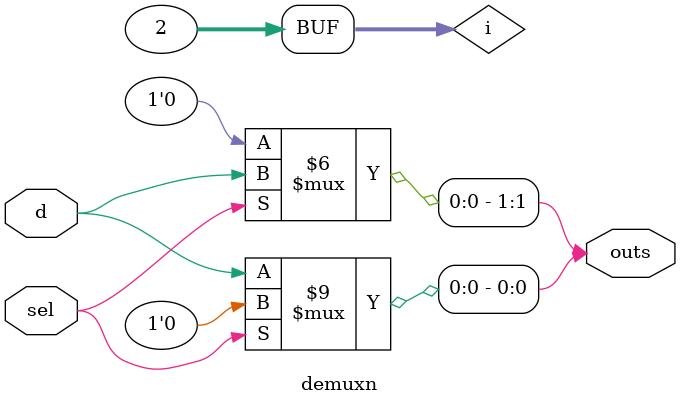
<source format=v>
module demuxn(d, sel, outs);
	parameter dwidth = 1; //Data Bitwidth
	parameter swidth = 1; //Select Bitwidth
	localparam seln = 2**swidth;
	
	input [dwidth-1:0] d;
	input [swidth-1:0] sel;
	output reg [seln*dwidth-1:0] outs;
	
	integer i;
	
	always@(d, sel) begin
		for(i=0;i<seln;i=i+1) begin
			if(i==sel)
				outs[i*dwidth-:dwidth] = d;
			else
				outs[i*dwidth-:dwidth] = {dwidth{1'b0}};
		end
	end
endmodule

</source>
